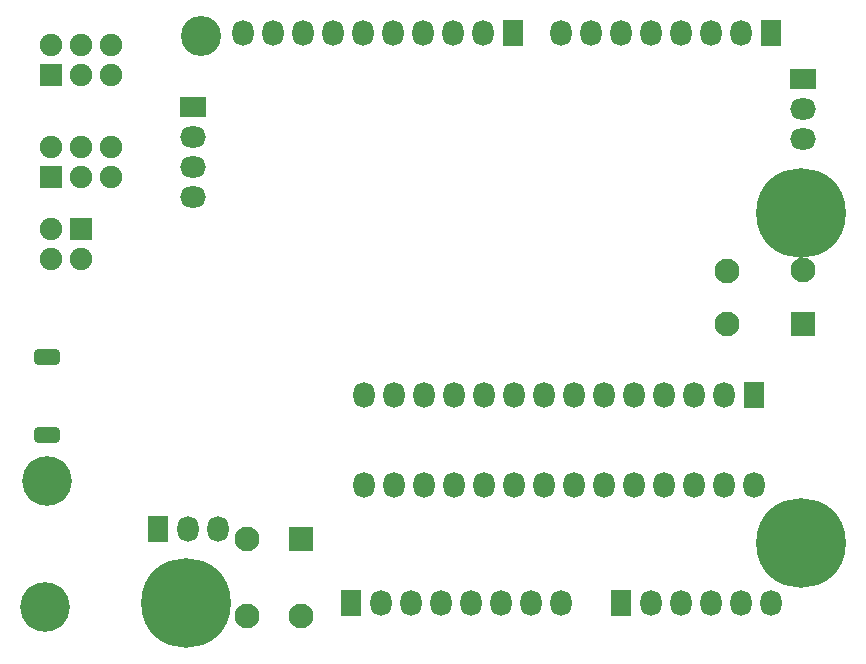
<source format=gbs>
G04*
G04 #@! TF.GenerationSoftware,Altium Limited,Altium Designer,22.1.2 (22)*
G04*
G04 Layer_Color=16711935*
%FSLAX25Y25*%
%MOIN*%
G70*
G04*
G04 #@! TF.SameCoordinates,CB3FAF70-DFB5-4037-BA8D-DCE23A76FFA9*
G04*
G04*
G04 #@! TF.FilePolarity,Negative*
G04*
G01*
G75*
%ADD37R,0.08268X0.08268*%
%ADD56O,0.07087X0.08661*%
%ADD57R,0.07087X0.08661*%
%ADD58C,0.13386*%
%ADD59O,0.08661X0.07087*%
%ADD60R,0.08661X0.07087*%
%ADD61C,0.07480*%
%ADD62R,0.07480X0.07480*%
G04:AMPARAMS|DCode=63|XSize=86.61mil|YSize=55.12mil|CornerRadius=15.75mil|HoleSize=0mil|Usage=FLASHONLY|Rotation=0.000|XOffset=0mil|YOffset=0mil|HoleType=Round|Shape=RoundedRectangle|*
%AMROUNDEDRECTD63*
21,1,0.08661,0.02362,0,0,0.0*
21,1,0.05512,0.05512,0,0,0.0*
1,1,0.03150,0.02756,-0.01181*
1,1,0.03150,-0.02756,-0.01181*
1,1,0.03150,-0.02756,0.01181*
1,1,0.03150,0.02756,0.01181*
%
%ADD63ROUNDEDRECTD63*%
%ADD64C,0.08268*%
%ADD65R,0.08268X0.08268*%
%ADD66C,0.16535*%
%ADD67C,0.29921*%
D37*
X93449Y31398D02*
D03*
D56*
X114350Y49500D02*
D03*
X124350D02*
D03*
X134350D02*
D03*
X144350D02*
D03*
X154350D02*
D03*
X164350D02*
D03*
X174350D02*
D03*
X184350D02*
D03*
X194350D02*
D03*
X204350D02*
D03*
X214350D02*
D03*
X224350D02*
D03*
X234350D02*
D03*
X244350D02*
D03*
X114350Y79500D02*
D03*
X124350D02*
D03*
X134350D02*
D03*
X144350D02*
D03*
X154350D02*
D03*
X164350D02*
D03*
X174350D02*
D03*
X184350D02*
D03*
X194350D02*
D03*
X204350D02*
D03*
X214350D02*
D03*
X224350D02*
D03*
X234350D02*
D03*
X65748Y34646D02*
D03*
X55748D02*
D03*
X74000Y200000D02*
D03*
X84000D02*
D03*
X94000D02*
D03*
X104000D02*
D03*
X114000D02*
D03*
X124000D02*
D03*
X134000D02*
D03*
X144000D02*
D03*
X154000D02*
D03*
X190000D02*
D03*
X180000D02*
D03*
X200000D02*
D03*
X210000D02*
D03*
X220000D02*
D03*
X230000D02*
D03*
X240000D02*
D03*
X250000Y10000D02*
D03*
X240000D02*
D03*
X230000D02*
D03*
X220000D02*
D03*
X210000D02*
D03*
X170000D02*
D03*
X180000D02*
D03*
X160000D02*
D03*
X150000D02*
D03*
X140000D02*
D03*
X130000D02*
D03*
X120000D02*
D03*
D57*
X244350Y79500D02*
D03*
X45748Y34646D02*
D03*
X164000Y200000D02*
D03*
X250000D02*
D03*
X200000Y10000D02*
D03*
X110000D02*
D03*
D58*
X60236Y199213D02*
D03*
D59*
X57480Y145591D02*
D03*
Y155591D02*
D03*
Y165591D02*
D03*
X260630Y164646D02*
D03*
Y174646D02*
D03*
D60*
X57480Y175591D02*
D03*
X260630Y184646D02*
D03*
D61*
X10000Y124646D02*
D03*
X20000D02*
D03*
X10000Y134646D02*
D03*
X30000Y162000D02*
D03*
X20000D02*
D03*
X10000D02*
D03*
X30000Y152000D02*
D03*
X20000D02*
D03*
X30000Y196000D02*
D03*
X20000D02*
D03*
X10000D02*
D03*
X30000Y186000D02*
D03*
X20000D02*
D03*
D62*
Y134646D02*
D03*
X10000Y152000D02*
D03*
Y186000D02*
D03*
D63*
X8659Y66142D02*
D03*
Y92126D02*
D03*
D64*
X235368Y120901D02*
D03*
Y103184D02*
D03*
X260914Y121043D02*
D03*
X75590Y5852D02*
D03*
X93307D02*
D03*
X75449Y31398D02*
D03*
D65*
X260914Y103042D02*
D03*
D66*
X8268Y8661D02*
D03*
X8661Y50787D02*
D03*
D67*
X55000Y10000D02*
D03*
X260000Y30000D02*
D03*
Y140000D02*
D03*
M02*

</source>
